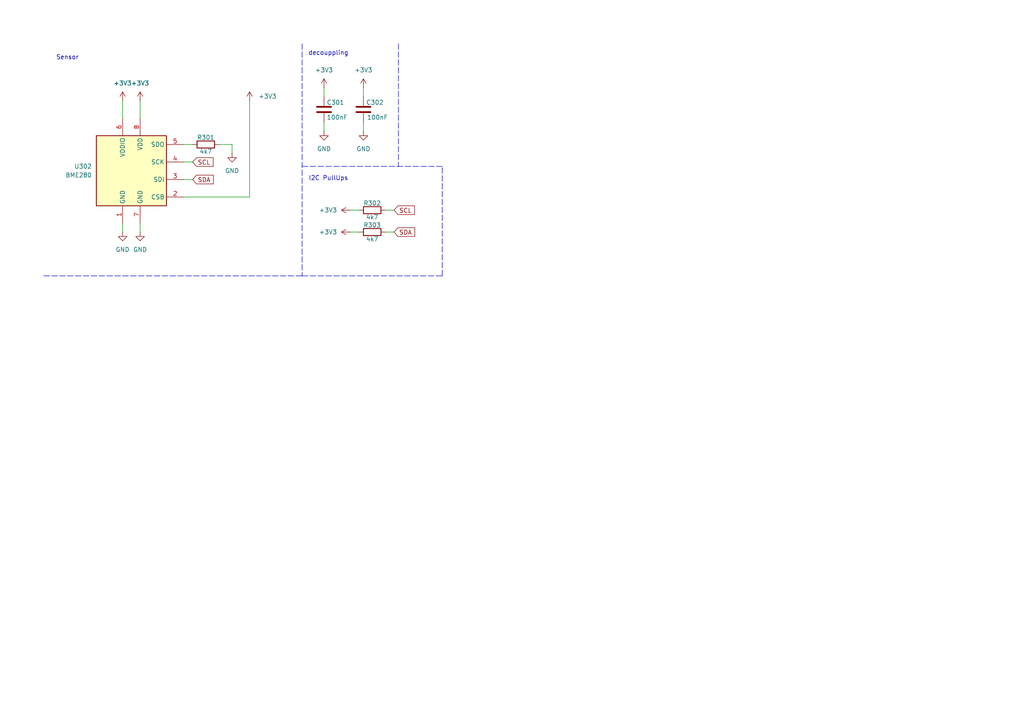
<source format=kicad_sch>
(kicad_sch (version 20250114) (generator "eeschema") (generator_version "9.0")
  (paper "A4")
  (lib_symbols
    (symbol "Device:C" (pin_numbers (hide yes)) (pin_names (offset 0.254))
      (property "Reference" "C" (at 0.635 2.54 0))
      (property "Value" "C" (at 0.635 -2.54 0))
      (symbol "C_0_1"
        (polyline (pts (xy -2.032 0.762) (xy 2.032 0.762)) (stroke (width 0.508)))
        (polyline (pts (xy -2.032 -0.762) (xy 2.032 -0.762)) (stroke (width 0.508)))
      )
      (symbol "C_1_1"
        (pin passive line (at 0 3.81 270) (length 2.794) (name "~") (number "1"))
        (pin passive line (at 0 -3.81 90) (length 2.794) (name "~") (number "2"))
      )
    )
    (symbol "Device:R" (pin_numbers (hide yes)) (pin_names (offset 0))
      (property "Reference" "R" (at 2.032 0 90))
      (property "Value" "R" (at 0 0 90))
      (symbol "R_0_1"
        (rectangle (start -1.016 -2.54) (end 1.016 2.54) (stroke (width 0.254)))
      )
      (symbol "R_1_1"
        (pin passive line (at 0 3.81 270) (length 1.27) (name "~") (number "1"))
        (pin passive line (at 0 -3.81 90) (length 1.27) (name "~") (number "2"))
      )
    )
    (symbol "Sensor:BME280"
      (property "Reference" "U" (at -8.89 11.43 0))
      (property "Value" "BME280" (at 7.62 11.43 0))
      (symbol "BME280_0_1"
        (rectangle (start -10.16 10.16) (end 10.16 -10.16) (stroke (width 0.254)) (fill (type background)))
      )
      (symbol "BME280_1_1"
        (pin power_in line (at -2.54 15.24 270) (length 5.08) (name "VDDIO") (number "6"))
        (pin power_in line (at -2.54 -15.24 90) (length 5.08) (name "GND") (number "1"))
        (pin power_in line (at 2.54 15.24 270) (length 5.08) (name "VDD") (number "8"))
        (pin power_in line (at 2.54 -15.24 90) (length 5.08) (name "GND") (number "7"))
        (pin bidirectional line (at 15.24 7.62 180) (length 5.08) (name "SDO") (number "5"))
        (pin input line (at 15.24 2.54 180) (length 5.08) (name "SCK") (number "4"))
        (pin bidirectional line (at 15.24 -2.54 180) (length 5.08) (name "SDI") (number "3"))
        (pin input line (at 15.24 -7.62 180) (length 5.08) (name "CSB") (number "2"))
      )
    )
    (symbol "power:+3V3" (power) (pin_numbers (hide yes)) (pin_names (offset 0) (hide yes))
      (property "Value" "+3V3" (at 0 3.556 0))
      (symbol "+3V3_0_1"
        (polyline (pts (xy -0.762 1.27) (xy 0 2.54)))
        (polyline (pts (xy 0 2.54) (xy 0.762 1.27)))
        (polyline (pts (xy 0 0) (xy 0 2.54)))
      )
      (symbol "+3V3_1_1"
        (pin power_in line (at 0 0 90) (length 0) (name "~") (number "1"))
      )
    )
    (symbol "power:GND" (power) (pin_numbers (hide yes)) (pin_names (offset 0) (hide yes))
      (property "Value" "GND" (at 0 -3.81 0))
      (symbol "GND_0_1"
        (polyline (pts (xy 0 0) (xy 0 -1.27) (xy 1.27 -1.27) (xy 0 -2.54) (xy -1.27 -1.27) (xy 0 -1.27)))
      )
      (symbol "GND_1_1"
        (pin power_in line (at 0 0 270) (length 0) (name "~") (number "1"))
      )
    )
  )
  (text "I2C PullUps" (at 95.25 51.816 0) (effects (font (size 1.27 1.27))))
  (text "Sensor" (at 19.558 16.764 0) (effects (font (size 1.27 1.27))))
  (text "decouppling" (at 95.25 15.494 0) (effects (font (size 1.27 1.27))))
  (wire (pts (xy 105.41 25.4) (xy 105.41 27.94)))
  (wire (pts (xy 101.6 60.96) (xy 104.14 60.96)))
  (wire (pts (xy 101.6 67.31) (xy 104.14 67.31)))
  (wire (pts (xy 72.39 57.15) (xy 53.34 57.15)))
  (wire (pts (xy 114.3 67.31) (xy 111.76 67.31)))
  (polyline (pts (xy 87.63 80.01) (xy 128.27 80.01)) (stroke (width 0) (type dash)))
  (polyline (pts (xy 115.57 12.7) (xy 115.57 48.26)) (stroke (width 0) (type dash)))
  (polyline (pts (xy 128.27 48.26) (xy 115.57 48.26)) (stroke (width 0) (type dash)))
  (wire (pts (xy 105.41 35.56) (xy 105.41 38.1)))
  (wire (pts (xy 63.5 41.91) (xy 67.31 41.91)))
  (wire (pts (xy 53.34 41.91) (xy 55.88 41.91)))
  (wire (pts (xy 35.56 29.21) (xy 35.56 34.29)))
  (wire (pts (xy 40.64 29.21) (xy 40.64 34.29)))
  (wire (pts (xy 55.88 52.07) (xy 53.34 52.07)))
  (wire (pts (xy 35.56 67.31) (xy 35.56 64.77)))
  (wire (pts (xy 93.98 35.56) (xy 93.98 38.1)))
  (polyline (pts (xy 87.63 12.7) (xy 87.63 80.01)) (stroke (width 0) (type dash)))
  (wire (pts (xy 114.3 60.96) (xy 111.76 60.96)))
  (polyline (pts (xy 128.27 80.01) (xy 128.27 48.26)) (stroke (width 0) (type dash)))
  (wire (pts (xy 55.88 46.99) (xy 53.34 46.99)))
  (polyline (pts (xy 87.63 48.26) (xy 115.57 48.26)) (stroke (width 0) (type dash)))
  (wire (pts (xy 40.64 67.31) (xy 40.64 64.77)))
  (wire (pts (xy 67.31 44.45) (xy 67.31 41.91)))
  (polyline (pts (xy 12.7 80.01) (xy 87.63 80.01)) (stroke (width 0) (type dash)))
  (wire (pts (xy 72.39 29.21) (xy 72.39 57.15)))
  (wire (pts (xy 93.98 25.4) (xy 93.98 27.94)))
  (global_label "SCL" (shape input) (at 55.88 46.99 0) (property "Intersheetrefs" "${INTERSHEET_REFS}" (effects (hide yes))))
  (global_label "SDA" (shape input) (at 55.88 52.07 0) (property "Intersheetrefs" "${INTERSHEET_REFS}" (effects (hide yes))))
  (global_label "SDA" (shape input) (at 114.3 67.31 0) (property "Intersheetrefs" "${INTERSHEET_REFS}" (effects (hide yes))))
  (global_label "SCL" (shape input) (at 114.3 60.96 0) (property "Intersheetrefs" "${INTERSHEET_REFS}" (effects (hide yes))))
  (symbol (lib_id "power:+3V3") (at 101.6 67.31 90) (unit 1)
    (property "Reference" "#PWR0321" (effects (hide yes)))
    (property "Value" "+3V3" (at 97.79 67.3099 90) (effects (justify left)))
    (property "Description" "Power symbol creates a global label with name \"+3V3\"" (effects (hide yes)))
  )
  (symbol (lib_id "power:+3V3") (at 72.39 29.21 0) (unit 1)
    (property "Reference" "#PWR0314" (effects (hide yes)))
    (property "Value" "+3V3" (at 74.93 27.9399 0) (effects (justify left)))
    (property "Description" "Power symbol creates a global label with name \"+3V3\"" (effects (hide yes)))
  )
  (symbol (lib_id "power:+3V3") (at 105.41 25.4 0) (unit 1)
    (property "Reference" "#PWR0318" (effects (hide yes)))
    (property "Value" "+3V3" (at 105.41 20.32 0))
    (property "Description" "Power symbol creates a global label with name \"+3V3\"" (effects (hide yes)))
  )
  (symbol (lib_id "power:GND") (at 40.64 67.31 0) (unit 1)
    (property "Reference" "#PWR0313" (effects (hide yes)))
    (property "Value" "GND" (at 40.64 72.39 0))
    (property "Description" "Power symbol creates a global label with name \"GND\" , ground" (effects (hide yes)))
  )
  (symbol (lib_id "power:+3V3") (at 40.64 29.21 0) (unit 1)
    (property "Reference" "#PWR0312" (effects (hide yes)))
    (property "Value" "+3V3" (at 40.64 24.13 0))
    (property "Description" "Power symbol creates a global label with name \"+3V3\"" (effects (hide yes)))
  )
  (symbol (lib_id "Device:R") (at 59.69 41.91 270) (unit 1)
    (property "Reference" "R301" (at 59.69 39.878 90))
    (property "Value" "4k7" (at 59.69 43.942 90))
    (property "Footprint" "Resistor_SMD:R_0603_1608Metric" (effects (hide yes)))
    (property "Description" "Resistor" (effects (hide yes)))
  )
  (symbol (lib_id "power:+3V3") (at 93.98 25.4 0) (unit 1)
    (property "Reference" "#PWR0315" (effects (hide yes)))
    (property "Value" "+3V3" (at 93.98 20.32 0))
    (property "Description" "Power symbol creates a global label with name \"+3V3\"" (effects (hide yes)))
  )
  (symbol (lib_id "power:GND") (at 105.41 38.1 0) (unit 1)
    (property "Reference" "#PWR0319" (effects (hide yes)))
    (property "Value" "GND" (at 105.41 43.18 0))
    (property "Description" "Power symbol creates a global label with name \"GND\" , ground" (effects (hide yes)))
  )
  (symbol (lib_id "Sensor:BME280") (at 38.1 49.53 0) (unit 1)
    (property "Reference" "U302" (at 26.67 48.2599 0) (effects (justify right)))
    (property "Value" "BME280" (at 26.67 50.7999 0) (effects (justify right)))
    (property "Footprint" "Package_LGA:Bosch_LGA-8_2.5x2.5mm_P0.65mm_ClockwisePinNumbering" (effects (hide yes)))
    (property "Datasheet" "https://www.bosch-sensortec.com/media/boschsensortec/downloads/datasheets/bst-bme280-ds002.pdf" (effects (hide yes)))
    (property "Description" "3-in-1 sensor, humidity, pressure, temperature, I2C and SPI interface, 1.71-3.6V, LGA-8" (effects (hide yes)))
  )
  (symbol (lib_id "Device:C") (at 105.41 31.75 0) (unit 1)
    (property "Reference" "C302" (at 106.172 29.718 0) (effects (justify left)))
    (property "Value" "100nF" (at 106.426 34.036 0) (effects (justify left)))
    (property "Footprint" "Capacitor_SMD:C_0603_1608Metric_Pad1.08x0.95mm_HandSolder" (effects (hide yes)))
    (property "Description" "Unpolarized capacitor" (effects (hide yes)))
  )
  (symbol (lib_id "power:GND") (at 35.56 67.31 0) (unit 1)
    (property "Reference" "#PWR0311" (effects (hide yes)))
    (property "Value" "GND" (at 35.56 72.39 0))
    (property "Description" "Power symbol creates a global label with name \"GND\" , ground" (effects (hide yes)))
  )
  (symbol (lib_id "Device:R") (at 107.95 60.96 270) (unit 1)
    (property "Reference" "R302" (at 107.95 58.928 90))
    (property "Value" "4k7" (at 107.95 62.992 90))
    (property "Footprint" "Resistor_SMD:R_0603_1608Metric" (effects (hide yes)))
    (property "Description" "Resistor" (effects (hide yes)))
  )
  (symbol (lib_id "power:GND") (at 93.98 38.1 0) (unit 1)
    (property "Reference" "#PWR0316" (effects (hide yes)))
    (property "Value" "GND" (at 93.98 43.18 0))
    (property "Description" "Power symbol creates a global label with name \"GND\" , ground" (effects (hide yes)))
  )
  (symbol (lib_id "Device:R") (at 107.95 67.31 270) (unit 1)
    (property "Reference" "R303" (at 107.95 65.278 90))
    (property "Value" "4k7" (at 107.95 69.342 90))
    (property "Footprint" "Resistor_SMD:R_0603_1608Metric" (effects (hide yes)))
    (property "Description" "Resistor" (effects (hide yes)))
  )
  (symbol (lib_id "Device:C") (at 93.98 31.75 0) (unit 1)
    (property "Reference" "C301" (at 94.742 29.718 0) (effects (justify left)))
    (property "Value" "100nF" (at 94.742 34.036 0) (effects (justify left)))
    (property "Footprint" "Capacitor_SMD:C_0603_1608Metric_Pad1.08x0.95mm_HandSolder" (effects (hide yes)))
    (property "Description" "Unpolarized capacitor" (effects (hide yes)))
  )
  (symbol (lib_id "power:+3V3") (at 101.6 60.96 90) (unit 1)
    (property "Reference" "#PWR0320" (effects (hide yes)))
    (property "Value" "+3V3" (at 97.79 60.9599 90) (effects (justify left)))
    (property "Description" "Power symbol creates a global label with name \"+3V3\"" (effects (hide yes)))
  )
  (symbol (lib_id "power:GND") (at 67.31 44.45 0) (unit 1)
    (property "Reference" "#PWR0317" (effects (hide yes)))
    (property "Value" "GND" (at 67.31 49.53 0))
    (property "Description" "Power symbol creates a global label with name \"GND\" , ground" (effects (hide yes)))
  )
  (symbol (lib_id "power:+3V3") (at 35.56 29.21 0) (unit 1)
    (property "Reference" "#PWR0310" (effects (hide yes)))
    (property "Value" "+3V3" (at 35.56 24.13 0))
    (property "Description" "Power symbol creates a global label with name \"+3V3\"" (effects (hide yes)))
  )
)
</source>
